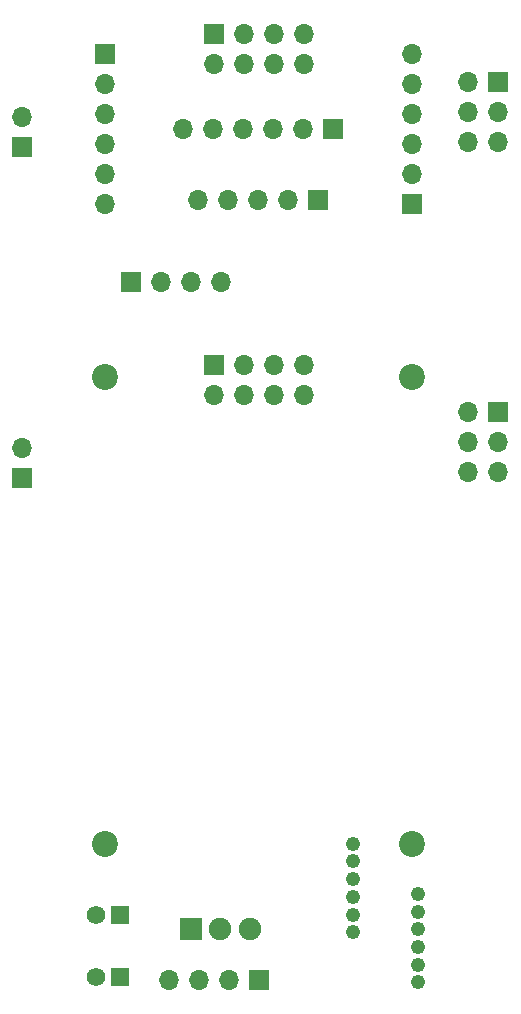
<source format=gbr>
%TF.GenerationSoftware,KiCad,Pcbnew,7.0.9*%
%TF.CreationDate,2024-02-03T23:05:05-08:00*%
%TF.ProjectId,micromouse,6d696372-6f6d-46f7-9573-652e6b696361,rev?*%
%TF.SameCoordinates,Original*%
%TF.FileFunction,Soldermask,Bot*%
%TF.FilePolarity,Negative*%
%FSLAX46Y46*%
G04 Gerber Fmt 4.6, Leading zero omitted, Abs format (unit mm)*
G04 Created by KiCad (PCBNEW 7.0.9) date 2024-02-03 23:05:05*
%MOMM*%
%LPD*%
G01*
G04 APERTURE LIST*
G04 Aperture macros list*
%AMRoundRect*
0 Rectangle with rounded corners*
0 $1 Rounding radius*
0 $2 $3 $4 $5 $6 $7 $8 $9 X,Y pos of 4 corners*
0 Add a 4 corners polygon primitive as box body*
4,1,4,$2,$3,$4,$5,$6,$7,$8,$9,$2,$3,0*
0 Add four circle primitives for the rounded corners*
1,1,$1+$1,$2,$3*
1,1,$1+$1,$4,$5*
1,1,$1+$1,$6,$7*
1,1,$1+$1,$8,$9*
0 Add four rect primitives between the rounded corners*
20,1,$1+$1,$2,$3,$4,$5,0*
20,1,$1+$1,$4,$5,$6,$7,0*
20,1,$1+$1,$6,$7,$8,$9,0*
20,1,$1+$1,$8,$9,$2,$3,0*%
G04 Aperture macros list end*
%ADD10R,1.700000X1.700000*%
%ADD11O,1.700000X1.700000*%
%ADD12C,2.200000*%
%ADD13R,1.900000X1.900000*%
%ADD14C,1.900000*%
%ADD15RoundRect,0.102000X-0.684000X-0.684000X0.684000X-0.684000X0.684000X0.684000X-0.684000X0.684000X0*%
%ADD16C,1.572000*%
%ADD17C,1.244600*%
G04 APERTURE END LIST*
D10*
%TO.C,J3*%
X147000000Y-139025000D03*
D11*
X144460000Y-139025000D03*
X141920000Y-139025000D03*
X139380000Y-139025000D03*
%TD*%
D12*
%TO.C,M2*%
X160000000Y-88000000D03*
X160000000Y-127500000D03*
%TD*%
D13*
%TO.C,SW1*%
X141250000Y-134750000D03*
D14*
X143750000Y-134750000D03*
X146250000Y-134750000D03*
%TD*%
D10*
%TO.C,J12*%
X152050000Y-73025000D03*
D11*
X149510000Y-73025000D03*
X146970000Y-73025000D03*
X144430000Y-73025000D03*
X141890000Y-73025000D03*
%TD*%
D10*
%TO.C,J6*%
X167290000Y-90975000D03*
D11*
X164750000Y-90975000D03*
X167290000Y-93515000D03*
X164750000Y-93515000D03*
X167290000Y-96055000D03*
X164750000Y-96055000D03*
%TD*%
D15*
%TO.C,J11*%
X135250000Y-138800000D03*
D16*
X133250000Y-138800000D03*
%TD*%
D12*
%TO.C,M1*%
X134000000Y-88000000D03*
X134000000Y-127500000D03*
%TD*%
D15*
%TO.C,J10*%
X135250000Y-133550000D03*
D16*
X133250000Y-133550000D03*
%TD*%
D10*
%TO.C,J7*%
X143200000Y-86960000D03*
D11*
X143200000Y-89500000D03*
X145740000Y-86960000D03*
X145740000Y-89500000D03*
X148280000Y-86960000D03*
X148280000Y-89500000D03*
X150820000Y-86960000D03*
X150820000Y-89500000D03*
%TD*%
D10*
%TO.C,J1*%
X134025000Y-60675000D03*
D11*
X134025000Y-63215000D03*
X134025000Y-65755000D03*
X134025000Y-68295000D03*
X134025000Y-70835000D03*
X134025000Y-73375000D03*
%TD*%
D10*
%TO.C,J2*%
X153325000Y-67025000D03*
D11*
X150785000Y-67025000D03*
X148245000Y-67025000D03*
X145705000Y-67025000D03*
X143165000Y-67025000D03*
X140625000Y-67025000D03*
%TD*%
D10*
%TO.C,J5*%
X136200000Y-79975000D03*
D11*
X138740000Y-79975000D03*
X141280000Y-79975000D03*
X143820000Y-79975000D03*
%TD*%
D17*
%TO.C,J13*%
X160500000Y-139250000D03*
X160500000Y-137750000D03*
X160500000Y-136250001D03*
X160500000Y-134749999D03*
X160500000Y-133249999D03*
X160500000Y-131750000D03*
%TD*%
%TO.C,J9*%
X155000000Y-127500000D03*
X155000000Y-129000000D03*
X155000000Y-130499999D03*
X155000000Y-132000001D03*
X155000000Y-133500001D03*
X155000000Y-135000000D03*
%TD*%
D10*
%TO.C,J4*%
X159975000Y-73325000D03*
D11*
X159975000Y-70785000D03*
X159975000Y-68245000D03*
X159975000Y-65705000D03*
X159975000Y-63165000D03*
X159975000Y-60625000D03*
%TD*%
D10*
%TO.C,J8*%
X127000000Y-96500000D03*
D11*
X127000000Y-93960000D03*
%TD*%
D10*
%TO.C,J15*%
X167275000Y-62975001D03*
D11*
X164735000Y-62975001D03*
X167275000Y-65515001D03*
X164735000Y-65515001D03*
X167275000Y-68055001D03*
X164735000Y-68055001D03*
%TD*%
D10*
%TO.C,J14*%
X143200000Y-58975001D03*
D11*
X143200000Y-61515001D03*
X145740000Y-58975001D03*
X145740000Y-61515001D03*
X148280000Y-58975001D03*
X148280000Y-61515001D03*
X150820000Y-58975001D03*
X150820000Y-61515001D03*
%TD*%
D10*
%TO.C,J16*%
X127000000Y-68500000D03*
D11*
X127000000Y-65960000D03*
%TD*%
M02*

</source>
